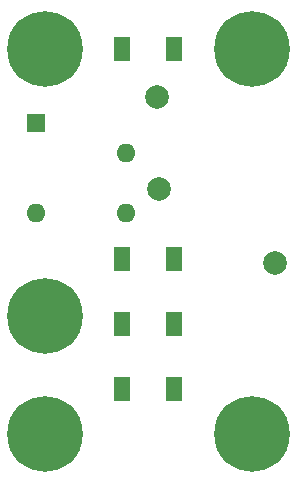
<source format=gbs>
G04 #@! TF.GenerationSoftware,KiCad,Pcbnew,6.0.10*
G04 #@! TF.CreationDate,2023-01-08T03:35:34+01:00*
G04 #@! TF.ProjectId,ideal_diode,69646561-6c5f-4646-996f-64652e6b6963,rev?*
G04 #@! TF.SameCoordinates,Original*
G04 #@! TF.FileFunction,Soldermask,Bot*
G04 #@! TF.FilePolarity,Negative*
%FSLAX46Y46*%
G04 Gerber Fmt 4.6, Leading zero omitted, Abs format (unit mm)*
G04 Created by KiCad (PCBNEW 6.0.10) date 2023-01-08 03:35:34*
%MOMM*%
%LPD*%
G01*
G04 APERTURE LIST*
%ADD10C,2.000000*%
%ADD11C,0.800000*%
%ADD12C,6.400000*%
%ADD13R,1.600000X1.600000*%
%ADD14O,1.600000X1.600000*%
%ADD15R,1.400000X2.100000*%
G04 APERTURE END LIST*
D10*
X35699770Y-34354770D03*
X25899770Y-28100000D03*
D11*
X33699770Y-18599770D03*
X33699770Y-13799770D03*
X32002714Y-17896826D03*
X35396826Y-14502714D03*
D12*
X33699770Y-16199770D03*
D11*
X36099770Y-16199770D03*
X35396826Y-17896826D03*
X31299770Y-16199770D03*
X32002714Y-14502714D03*
X17896826Y-17896826D03*
X16199770Y-13799770D03*
X18599770Y-16199770D03*
X17896826Y-14502714D03*
X14502714Y-14502714D03*
X14502714Y-17896826D03*
D12*
X16199770Y-16199770D03*
D11*
X16199770Y-18599770D03*
X13799770Y-16199770D03*
X17896826Y-37082714D03*
X14502714Y-40476826D03*
X16199770Y-41179770D03*
X18599770Y-38779770D03*
X14502714Y-37082714D03*
X13799770Y-38779770D03*
X17896826Y-40476826D03*
D12*
X16199770Y-38779770D03*
D11*
X16199770Y-36379770D03*
D12*
X16199770Y-48779770D03*
D11*
X16199770Y-46379770D03*
X13799770Y-48779770D03*
X17896826Y-50476826D03*
X18599770Y-48779770D03*
X16199770Y-51179770D03*
X14502714Y-50476826D03*
X17896826Y-47082714D03*
X14502714Y-47082714D03*
D13*
X15479770Y-22439770D03*
D14*
X15479770Y-30059770D03*
X23099770Y-30059770D03*
X23099770Y-24979770D03*
D11*
X31299770Y-48779770D03*
X32002714Y-47082714D03*
X33699770Y-46379770D03*
X33699770Y-51179770D03*
X36099770Y-48779770D03*
X35396826Y-47082714D03*
X35396826Y-50476826D03*
D12*
X33699770Y-48779770D03*
D11*
X32002714Y-50476826D03*
D10*
X25700000Y-20300000D03*
D15*
X27150000Y-39500000D03*
X22750000Y-39500000D03*
X27099770Y-16250000D03*
X22699770Y-16250000D03*
X27150000Y-45000000D03*
X22750000Y-45000000D03*
X27150000Y-34000000D03*
X22750000Y-34000000D03*
M02*

</source>
